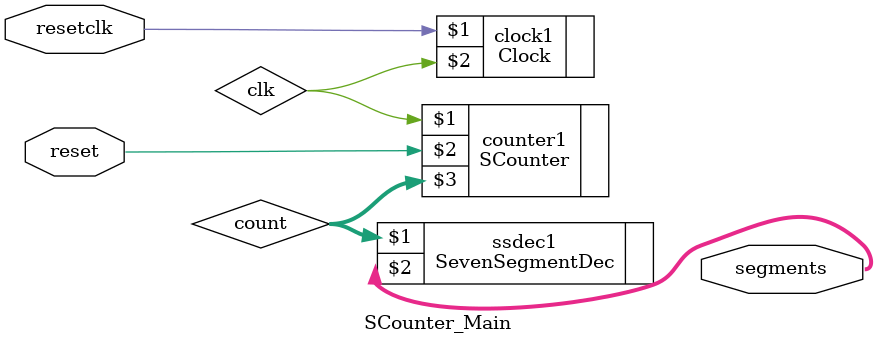
<source format=v>
`timescale 1ns / 1ps
module SCounter_Main(
	input resetclk,
	input reset,
	output [6:0] segments
    );

wire [3:0] count;
wire clk;
Clock clock1 (resetclk,clk);
SCounter counter1 (clk,reset,count);
SevenSegmentDec ssdec1 (count,segments);

endmodule

</source>
